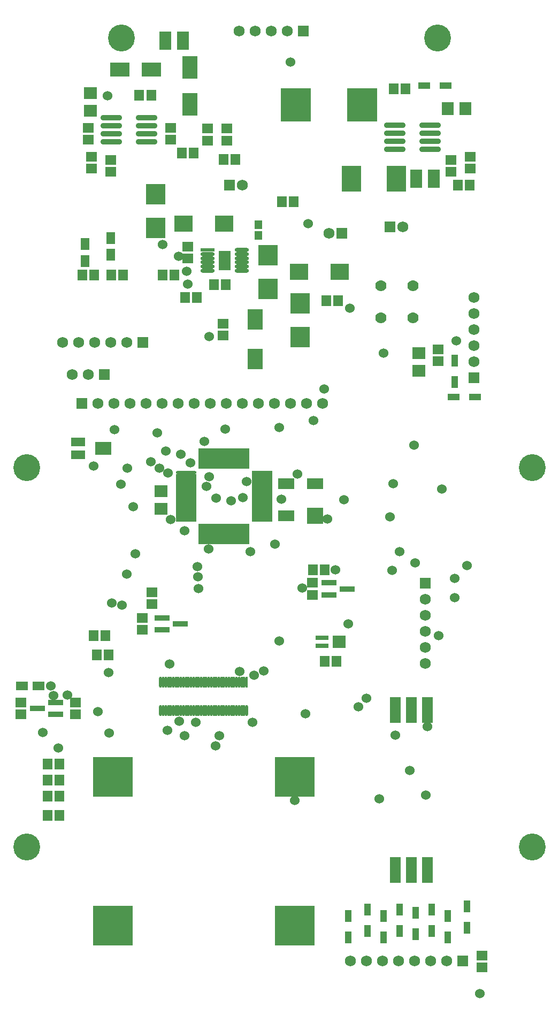
<source format=gts>
%FSLAX25Y25*%
%MOIN*%
G70*
G01*
G75*
G04 Layer_Color=8388736*
%ADD10R,0.03150X0.06299*%
%ADD11O,0.12598X0.02362*%
%ADD12R,0.00945X0.11811*%
%ADD13R,0.11811X0.00945*%
%ADD14O,0.11811X0.00945*%
%ADD15R,0.03937X0.04331*%
%ADD16R,0.05906X0.05118*%
%ADD17R,0.05118X0.05906*%
%ADD18R,0.09449X0.07087*%
%ADD19R,0.07874X0.04724*%
%ADD20R,0.08268X0.02362*%
%ADD21R,0.17716X0.19685*%
%ADD22R,0.08661X0.11811*%
%ADD23R,0.11024X0.07874*%
%ADD24R,0.06299X0.03150*%
%ADD25R,0.11000X0.15000*%
%ADD26R,0.10984X0.11811*%
%ADD27R,0.06496X0.04724*%
%ADD28R,0.06496X0.04528*%
%ADD29R,0.06299X0.10630*%
%ADD30R,0.10236X0.09449*%
%ADD31R,0.06299X0.07087*%
%ADD32R,0.07087X0.06299*%
%ADD33R,0.08661X0.13386*%
%ADD34R,0.04528X0.06496*%
%ADD35R,0.04724X0.06496*%
%ADD36R,0.07874X0.01378*%
%ADD37O,0.07874X0.01378*%
%ADD38R,0.06500X0.11201*%
%ADD39R,0.09055X0.05906*%
%ADD40R,0.09055X0.05906*%
%ADD41R,0.09055X0.09055*%
%ADD42R,0.05512X0.14961*%
%ADD43R,0.07284X0.01575*%
%ADD44R,0.23622X0.23622*%
%ADD45O,0.00669X0.05709*%
%ADD46R,0.00669X0.05709*%
%ADD47C,0.02500*%
%ADD48C,0.01000*%
%ADD49C,0.00800*%
%ADD50C,0.00600*%
%ADD51C,0.00661*%
%ADD52C,0.00700*%
%ADD53C,0.02205*%
%ADD54C,0.01654*%
%ADD55C,0.00965*%
%ADD56C,0.01102*%
%ADD57C,0.00900*%
%ADD58C,0.05906*%
%ADD59R,0.05906X0.05906*%
%ADD60C,0.06000*%
%ADD61R,0.05906X0.05906*%
%ADD62C,0.15748*%
%ADD63C,0.05000*%
%ADD64R,0.08661X0.07874*%
%ADD65C,0.00984*%
%ADD66C,0.01200*%
%ADD67C,0.00787*%
%ADD68C,0.01575*%
%ADD69C,0.00591*%
%ADD70R,0.04150X0.07299*%
%ADD71O,0.13598X0.03362*%
%ADD72R,0.01945X0.12811*%
%ADD73R,0.12811X0.01945*%
%ADD74O,0.12811X0.01945*%
%ADD75R,0.04937X0.05331*%
%ADD76R,0.06906X0.06118*%
%ADD77R,0.06118X0.06906*%
%ADD78R,0.10449X0.08087*%
%ADD79R,0.08874X0.05724*%
%ADD80R,0.09268X0.03362*%
%ADD81R,0.18717X0.20685*%
%ADD82R,0.09661X0.12811*%
%ADD83R,0.12024X0.08874*%
%ADD84R,0.07299X0.04150*%
%ADD85R,0.12000X0.16000*%
%ADD86R,0.11984X0.12811*%
%ADD87R,0.07496X0.05724*%
%ADD88R,0.07496X0.05528*%
%ADD89R,0.07299X0.11630*%
%ADD90R,0.11236X0.10449*%
%ADD91R,0.07299X0.08087*%
%ADD92R,0.08087X0.07299*%
%ADD93R,0.09661X0.14386*%
%ADD94R,0.05528X0.07496*%
%ADD95R,0.05724X0.07496*%
%ADD96R,0.08874X0.02378*%
%ADD97O,0.08874X0.02378*%
%ADD98R,0.07500X0.12201*%
%ADD99R,0.10055X0.06906*%
%ADD100R,0.10055X0.06906*%
%ADD101R,0.10055X0.10055*%
%ADD102R,0.06512X0.15961*%
%ADD103R,0.08283X0.02575*%
%ADD104R,0.24622X0.24622*%
%ADD105O,0.01669X0.06709*%
%ADD106R,0.01669X0.06709*%
%ADD107C,0.06906*%
%ADD108R,0.06906X0.06906*%
%ADD109C,0.07000*%
%ADD110R,0.06906X0.06906*%
%ADD111C,0.16748*%
D60*
X474500Y561500D02*
D03*
X375000Y691000D02*
D03*
X459000Y680000D02*
D03*
X305200Y502500D02*
D03*
X391400Y512600D02*
D03*
X227722Y501166D02*
D03*
X237500Y491387D02*
D03*
X382100Y918900D02*
D03*
X345000Y645500D02*
D03*
X499900Y338260D02*
D03*
X354700Y657500D02*
D03*
X365200Y539400D02*
D03*
X232750Y530000D02*
D03*
X268000Y897800D02*
D03*
X447453Y499500D02*
D03*
X337700Y499200D02*
D03*
X466500Y462000D02*
D03*
X456500Y477500D02*
D03*
X335396Y492900D02*
D03*
X358500Y507300D02*
D03*
X467453Y504800D02*
D03*
X372500Y618500D02*
D03*
X276500Y655800D02*
D03*
X284100Y641733D02*
D03*
X317500Y788500D02*
D03*
X318000Y780500D02*
D03*
X312200Y797700D02*
D03*
X302200Y805000D02*
D03*
X404900Y634000D02*
D03*
X306700Y543800D02*
D03*
X323000Y507500D02*
D03*
X485300Y745100D02*
D03*
X269100Y500800D02*
D03*
X261900Y514000D02*
D03*
X312700Y508100D02*
D03*
X393000Y818000D02*
D03*
X396500Y695300D02*
D03*
X403000Y715000D02*
D03*
X417900Y568600D02*
D03*
X319677Y668923D02*
D03*
X429400Y522500D02*
D03*
X295100Y669900D02*
D03*
X424500Y517000D02*
D03*
X313600Y674500D02*
D03*
X304500Y676500D02*
D03*
X259500Y667000D02*
D03*
X276900Y580400D02*
D03*
X328364Y682500D02*
D03*
X272500Y689600D02*
D03*
X270800Y581900D02*
D03*
X331100Y615300D02*
D03*
X234500Y524000D02*
D03*
X384579Y458650D02*
D03*
X243000Y524300D02*
D03*
X352500Y647500D02*
D03*
X300300Y665900D02*
D03*
X280500D02*
D03*
X280100Y599600D02*
D03*
X350300Y539200D02*
D03*
X305800Y662700D02*
D03*
X299100Y687600D02*
D03*
X285500Y612300D02*
D03*
X375100Y558100D02*
D03*
X437500Y459800D02*
D03*
X316000Y499000D02*
D03*
X329571Y654571D02*
D03*
X316100Y626600D02*
D03*
X324400Y598100D02*
D03*
X409900Y602547D02*
D03*
X359500Y536700D02*
D03*
X268693Y538300D02*
D03*
X389500Y591000D02*
D03*
X324700Y590800D02*
D03*
X307500Y633800D02*
D03*
X335701Y647101D02*
D03*
X476500Y652600D02*
D03*
X331500Y747700D02*
D03*
X341400Y690100D02*
D03*
X331500Y660500D02*
D03*
X459700Y606800D02*
D03*
X445300Y602200D02*
D03*
X323886Y604281D02*
D03*
X357017Y613800D02*
D03*
X449900D02*
D03*
X443900Y635500D02*
D03*
X492000Y605242D02*
D03*
X440100Y737500D02*
D03*
X419000Y765500D02*
D03*
X386500Y662000D02*
D03*
X376500Y646500D02*
D03*
X484300Y597100D02*
D03*
Y585100D02*
D03*
X446000Y656063D02*
D03*
X415500Y646000D02*
D03*
D70*
X450000Y390693D02*
D03*
Y377307D02*
D03*
X484500Y719307D02*
D03*
Y732693D02*
D03*
X440000Y386693D02*
D03*
Y373307D02*
D03*
X418000Y386693D02*
D03*
Y373307D02*
D03*
X430000Y390693D02*
D03*
Y377307D02*
D03*
X460000Y388693D02*
D03*
Y375307D02*
D03*
X470000Y377307D02*
D03*
Y390693D02*
D03*
X480000Y373307D02*
D03*
Y386693D02*
D03*
X492000Y379307D02*
D03*
Y392693D02*
D03*
D71*
X292472Y869106D02*
D03*
Y874106D02*
D03*
Y879106D02*
D03*
Y884106D02*
D03*
X270425Y869106D02*
D03*
Y874106D02*
D03*
Y879106D02*
D03*
Y884106D02*
D03*
X469024Y864500D02*
D03*
Y869500D02*
D03*
Y874500D02*
D03*
Y879500D02*
D03*
X446976Y864500D02*
D03*
Y869500D02*
D03*
Y874500D02*
D03*
Y879500D02*
D03*
D72*
X325858Y671858D02*
D03*
X327827D02*
D03*
X329795D02*
D03*
X331764D02*
D03*
X333732D02*
D03*
X335701D02*
D03*
X337669D02*
D03*
X339638D02*
D03*
X341606D02*
D03*
X343575D02*
D03*
X345543D02*
D03*
X347512D02*
D03*
X349480D02*
D03*
X351449D02*
D03*
X353417D02*
D03*
X355386D02*
D03*
Y624614D02*
D03*
X353417D02*
D03*
X351449D02*
D03*
X349480D02*
D03*
X347512D02*
D03*
X345543D02*
D03*
X343575D02*
D03*
X341606D02*
D03*
X339638D02*
D03*
X337669D02*
D03*
X335701D02*
D03*
X333732D02*
D03*
X331764D02*
D03*
X329795D02*
D03*
X327827D02*
D03*
X325858D02*
D03*
D73*
X364244Y663000D02*
D03*
Y661032D02*
D03*
Y659063D02*
D03*
Y657095D02*
D03*
Y655126D02*
D03*
Y653158D02*
D03*
Y651189D02*
D03*
Y649221D02*
D03*
Y647252D02*
D03*
Y645284D02*
D03*
Y643315D02*
D03*
Y641347D02*
D03*
Y639378D02*
D03*
Y637410D02*
D03*
Y635441D02*
D03*
Y633473D02*
D03*
X317000D02*
D03*
Y635441D02*
D03*
Y637410D02*
D03*
Y639378D02*
D03*
Y641347D02*
D03*
Y643315D02*
D03*
Y645284D02*
D03*
Y647252D02*
D03*
Y649221D02*
D03*
Y651189D02*
D03*
Y653158D02*
D03*
Y655126D02*
D03*
Y657095D02*
D03*
Y659063D02*
D03*
Y661032D02*
D03*
D74*
Y663000D02*
D03*
D75*
X362000Y817346D02*
D03*
Y810654D02*
D03*
D76*
X258000Y859740D02*
D03*
Y852260D02*
D03*
X342449Y869866D02*
D03*
Y877346D02*
D03*
X330449Y869866D02*
D03*
Y877346D02*
D03*
X256000Y877740D02*
D03*
Y870260D02*
D03*
X340000Y755740D02*
D03*
Y748260D02*
D03*
X318000Y803740D02*
D03*
Y796260D02*
D03*
X501500Y362240D02*
D03*
Y354760D02*
D03*
X289795Y565047D02*
D03*
Y572528D02*
D03*
X395748Y586807D02*
D03*
Y594287D02*
D03*
X295795Y581047D02*
D03*
Y588528D02*
D03*
X248000Y519740D02*
D03*
Y512260D02*
D03*
X307500Y877740D02*
D03*
Y870260D02*
D03*
X270000Y850260D02*
D03*
Y857740D02*
D03*
X494000Y852260D02*
D03*
Y859740D02*
D03*
X474000Y739740D02*
D03*
Y732260D02*
D03*
X482000Y850260D02*
D03*
Y857740D02*
D03*
X214000Y512260D02*
D03*
Y519740D02*
D03*
D77*
X347740Y858000D02*
D03*
X340260D02*
D03*
X323740Y772000D02*
D03*
X316260D02*
D03*
X341740Y780000D02*
D03*
X334260D02*
D03*
X270260Y786000D02*
D03*
X277740D02*
D03*
X302260D02*
D03*
X309740D02*
D03*
X261213Y549547D02*
D03*
X268693D02*
D03*
X410693Y545547D02*
D03*
X403213D02*
D03*
X321740Y862000D02*
D03*
X314260D02*
D03*
X287760Y898000D02*
D03*
X295240D02*
D03*
X493740Y842000D02*
D03*
X486260D02*
D03*
X411740Y770000D02*
D03*
X404260D02*
D03*
X453740Y902000D02*
D03*
X446260D02*
D03*
X384189Y831606D02*
D03*
X376709D02*
D03*
X252260Y786000D02*
D03*
X259740D02*
D03*
X403488Y602547D02*
D03*
X396008D02*
D03*
X230713Y449547D02*
D03*
X238193D02*
D03*
X230713Y461547D02*
D03*
X238193D02*
D03*
X230713Y471547D02*
D03*
X238193D02*
D03*
X230713Y481547D02*
D03*
X238193D02*
D03*
X266693Y561547D02*
D03*
X259213D02*
D03*
D78*
X265480Y678000D02*
D03*
D79*
X249732Y674063D02*
D03*
Y681937D02*
D03*
D80*
X313504Y568787D02*
D03*
X302087Y565047D02*
D03*
Y572528D02*
D03*
X417457Y590547D02*
D03*
X406039Y586807D02*
D03*
Y594287D02*
D03*
X224291Y516000D02*
D03*
X235709Y519740D02*
D03*
Y512260D02*
D03*
D81*
X385331Y892000D02*
D03*
X426669D02*
D03*
D82*
X360000Y733598D02*
D03*
Y758402D02*
D03*
D83*
X295343Y914000D02*
D03*
X275657D02*
D03*
D84*
X478693Y904000D02*
D03*
X465307D02*
D03*
X483807Y710000D02*
D03*
X497193D02*
D03*
D85*
X448049Y846000D02*
D03*
X419951D02*
D03*
D86*
X298000Y836433D02*
D03*
Y815567D02*
D03*
X368000Y798433D02*
D03*
Y777567D02*
D03*
X388000Y768433D02*
D03*
Y747567D02*
D03*
D87*
X214685Y530000D02*
D03*
D88*
X225118D02*
D03*
D89*
X303988Y932000D02*
D03*
X315012D02*
D03*
X460488Y846000D02*
D03*
X471512D02*
D03*
D90*
X412598Y788000D02*
D03*
X387402D02*
D03*
X340598Y818000D02*
D03*
X315402D02*
D03*
D91*
X479937Y889606D02*
D03*
X490961D02*
D03*
D92*
X301500Y640488D02*
D03*
Y651512D02*
D03*
X462000Y737512D02*
D03*
Y726488D02*
D03*
X257500Y888488D02*
D03*
Y899512D02*
D03*
D93*
X319500Y892583D02*
D03*
Y915417D02*
D03*
D94*
X270000Y809118D02*
D03*
X254000Y794882D02*
D03*
D95*
X270000Y798685D02*
D03*
X254000Y805315D02*
D03*
D96*
X330480Y801606D02*
D03*
D97*
Y799047D02*
D03*
Y796488D02*
D03*
Y793929D02*
D03*
Y791370D02*
D03*
Y788811D02*
D03*
X351740Y801606D02*
D03*
Y799047D02*
D03*
Y796488D02*
D03*
Y793929D02*
D03*
Y791370D02*
D03*
Y788811D02*
D03*
D98*
X341110Y795209D02*
D03*
D99*
X397500Y656000D02*
D03*
X379390D02*
D03*
D100*
Y636000D02*
D03*
D101*
X397500D02*
D03*
D102*
X467453Y515154D02*
D03*
X457453D02*
D03*
X447453D02*
D03*
X467453Y415547D02*
D03*
X457453D02*
D03*
X447453D02*
D03*
D103*
X401638Y554988D02*
D03*
Y560106D02*
D03*
X412268D02*
D03*
Y557547D02*
D03*
Y554988D02*
D03*
D104*
X384579Y380762D02*
D03*
Y473478D02*
D03*
X271480Y380762D02*
D03*
Y473478D02*
D03*
D105*
X301158Y514886D02*
D03*
X302732D02*
D03*
X304307D02*
D03*
X305882D02*
D03*
X307457D02*
D03*
X309032D02*
D03*
X310606D02*
D03*
X312181D02*
D03*
X313756D02*
D03*
X315331D02*
D03*
X316906D02*
D03*
X318480D02*
D03*
X320055D02*
D03*
X321630D02*
D03*
X323205D02*
D03*
X324780D02*
D03*
X326354D02*
D03*
X327929D02*
D03*
X329504D02*
D03*
X331079D02*
D03*
X332654D02*
D03*
X334228D02*
D03*
X335803D02*
D03*
X337378D02*
D03*
X338953D02*
D03*
X340528D02*
D03*
X342102D02*
D03*
X343677D02*
D03*
X345252D02*
D03*
X346827D02*
D03*
X348402D02*
D03*
X349976D02*
D03*
X351551D02*
D03*
X353126D02*
D03*
X354701D02*
D03*
X301158Y532307D02*
D03*
X302732D02*
D03*
X304307D02*
D03*
X305882D02*
D03*
X307457D02*
D03*
X309032D02*
D03*
X310606D02*
D03*
X312181D02*
D03*
X313756D02*
D03*
X315331D02*
D03*
X316906D02*
D03*
X318480D02*
D03*
X320055D02*
D03*
X321630D02*
D03*
X323205D02*
D03*
X324780D02*
D03*
X326354D02*
D03*
X327929D02*
D03*
X329504D02*
D03*
X331079D02*
D03*
X332654D02*
D03*
X334228D02*
D03*
X335803D02*
D03*
X337378D02*
D03*
X338953D02*
D03*
X340528D02*
D03*
X342102D02*
D03*
X343677D02*
D03*
X345252D02*
D03*
X346827D02*
D03*
X348402D02*
D03*
X349976D02*
D03*
X351551D02*
D03*
X353126D02*
D03*
D106*
X354701D02*
D03*
D107*
X451874Y816000D02*
D03*
X351874Y842000D02*
D03*
X496500Y772000D02*
D03*
Y762000D02*
D03*
Y752000D02*
D03*
Y742000D02*
D03*
Y732000D02*
D03*
X479394Y358701D02*
D03*
X469394D02*
D03*
X459394D02*
D03*
X449394D02*
D03*
X439394D02*
D03*
X429394D02*
D03*
X419394D02*
D03*
X256000Y724000D02*
D03*
X246000D02*
D03*
X280000Y744000D02*
D03*
X270000D02*
D03*
X260000D02*
D03*
X250000D02*
D03*
X240000D02*
D03*
X350000Y938000D02*
D03*
X360000D02*
D03*
X370000D02*
D03*
X380000D02*
D03*
X466000Y584000D02*
D03*
Y574000D02*
D03*
Y564000D02*
D03*
Y554000D02*
D03*
Y544000D02*
D03*
X402000Y706000D02*
D03*
X392000D02*
D03*
X382000D02*
D03*
X372000D02*
D03*
X362000D02*
D03*
X352000D02*
D03*
X342000D02*
D03*
X332000D02*
D03*
X322000D02*
D03*
X312000D02*
D03*
X302000D02*
D03*
X292000D02*
D03*
X282000D02*
D03*
X272000D02*
D03*
X262000D02*
D03*
X406126Y812000D02*
D03*
D108*
X444000Y816000D02*
D03*
X344000Y842000D02*
D03*
X489394Y358701D02*
D03*
X266000Y724000D02*
D03*
X290000Y744000D02*
D03*
X390000Y938000D02*
D03*
X252000Y706000D02*
D03*
X414000Y812000D02*
D03*
D109*
X458500Y779500D02*
D03*
X438500Y759500D02*
D03*
X458500D02*
D03*
X438500Y779500D02*
D03*
D110*
X496500Y722000D02*
D03*
X466000Y594000D02*
D03*
D111*
X276800Y933800D02*
D03*
X473600D02*
D03*
X217700Y666100D02*
D03*
X532700D02*
D03*
Y429900D02*
D03*
X217700D02*
D03*
M02*

</source>
